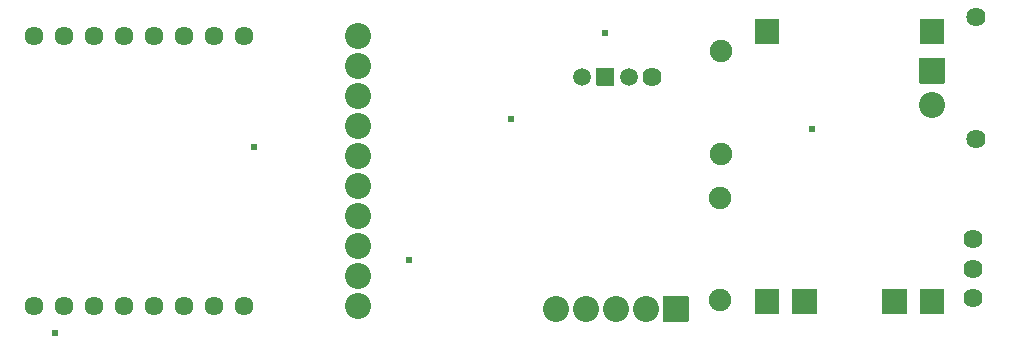
<source format=gbs>
G04 Layer: BottomSolderMaskLayer*
G04 EasyEDA Pro v1.7.27, 2022-07-12 11:29:45*
G04 Gerber Generator version 0.3*
G04 Scale: 100 percent, Rotated: No, Reflected: No*
G04 Dimensions in millimeters*
G04 Leading zeros omitted, absolute positions, 3 integers and 3 decimals*
%FSLAX33Y33*%
%MOMM*%
%ADD10C,1.901596*%
%ADD11C,1.6256*%
%ADD12C,1.624025*%
%ADD13C,1.500022*%
%ADD14C,1.609598*%
%ADD15C,2.203201*%
%ADD16C,0.6096*%
G75*


G04 Pad Start*
G54D10*
G01X67183Y25052D03*
G01X67183Y16352D03*
G01X67146Y3929D03*
G01X67146Y12629D03*
G54D11*
G01X88773Y17583D03*
G01X88773Y27883D03*
G54D12*
G01X61420Y22860D03*
G54D13*
G01X59420Y22860D03*
G36*
G01X58170Y22160D02*
G01X58170Y23560D01*
G03X58120Y23610I-50J0D01*
G01X56720D01*
G03X56670Y23560I0J-50D01*
G01Y22160D01*
G03X56720Y22110I50J0D01*
G01X58120D01*
G03X58170Y22160I0J50D01*
G37*
G01X55420Y22860D03*
G54D12*
G01X88519Y9104D03*
G01X88519Y6604D03*
G01X88519Y4104D03*
G54D14*
G01X21717Y26289D03*
G01X24257Y26289D03*
G01X26797Y26289D03*
G01X9017Y26289D03*
G01X11557Y26289D03*
G01X14097Y26289D03*
G01X16637Y26289D03*
G01X19177Y26289D03*
G01X9017Y3429D03*
G01X11557Y3429D03*
G01X14097Y3429D03*
G01X16637Y3429D03*
G01X19177Y3429D03*
G01X21717Y3429D03*
G01X24257Y3429D03*
G01X26797Y3429D03*
G36*
G01X70069Y27670D02*
G01X70069Y25670D01*
G03X70120Y25619I51J0D01*
G01X72120D01*
G03X72171Y25670I0J51D01*
G01Y27670D01*
G03X72120Y27721I-51J0D01*
G01X70120D01*
G03X70069Y27670I0J-51D01*
G37*
G36*
G01X70069Y4810D02*
G01X70069Y2810D01*
G03X70120Y2759I51J0D01*
G01X72120D01*
G03X72171Y2810I0J51D01*
G01Y4810D01*
G03X72120Y4861I-51J0D01*
G01X70120D01*
G03X70069Y4810I0J-51D01*
G37*
G36*
G01X84039Y4810D02*
G01X84039Y2810D01*
G03X84090Y2759I51J0D01*
G01X86090D01*
G03X86141Y2810I0J51D01*
G01Y4810D01*
G03X86090Y4861I-51J0D01*
G01X84090D01*
G03X84039Y4810I0J-51D01*
G37*
G36*
G01X84039Y27670D02*
G01X84039Y25670D01*
G03X84090Y25619I51J0D01*
G01X86090D01*
G03X86141Y25670I0J51D01*
G01Y27670D01*
G03X86090Y27721I-51J0D01*
G01X84090D01*
G03X84039Y27670I0J-51D01*
G37*
G36*
G01X80864Y4810D02*
G01X80864Y2810D01*
G03X80915Y2759I51J0D01*
G01X82915D01*
G03X82966Y2810I0J51D01*
G01Y4810D01*
G03X82915Y4861I-51J0D01*
G01X80915D01*
G03X80864Y4810I0J-51D01*
G37*
G36*
G01X73244Y4810D02*
G01X73244Y2810D01*
G03X73295Y2759I51J0D01*
G01X75295D01*
G03X75346Y2810I0J51D01*
G01Y4810D01*
G03X75295Y4861I-51J0D01*
G01X73295D01*
G03X73244Y4810I0J-51D01*
G37*
G54D15*
G01X36449Y26289D03*
G01X36449Y23749D03*
G01X36449Y21209D03*
G01X36449Y18669D03*
G01X36449Y16129D03*
G01X36449Y13589D03*
G01X36449Y11049D03*
G01X36449Y8509D03*
G01X36449Y5969D03*
G01X36449Y3429D03*
G01X53213Y3175D03*
G01X55753Y3175D03*
G01X58293Y3175D03*
G01X60833Y3175D03*
G36*
G01X62271Y4175D02*
G01X62271Y2175D01*
G03X62373Y2073I102J0D01*
G01X64373D01*
G03X64475Y2175I0J102D01*
G01Y4175D01*
G03X64373Y4277I-102J0D01*
G01X62373D01*
G03X62271Y4175I0J-102D01*
G37*
G36*
G01X84090Y22266D02*
G01X86090Y22266D01*
G03X86192Y22368I0J102D01*
G01Y24368D01*
G03X86090Y24470I-102J0D01*
G01X84090D01*
G03X83988Y24368I0J-102D01*
G01Y22368D01*
G03X84090Y22266I102J0D01*
G37*
G01X85090Y20447D03*
G04 Pad End*

G04 Via Start*
G54D16*
G01X49403Y19304D03*
G01X57404Y26543D03*
G01X10795Y1143D03*
G01X40804Y7345D03*
G01X27686Y16891D03*
G01X74930Y18415D03*
G04 Via End*

M02*

</source>
